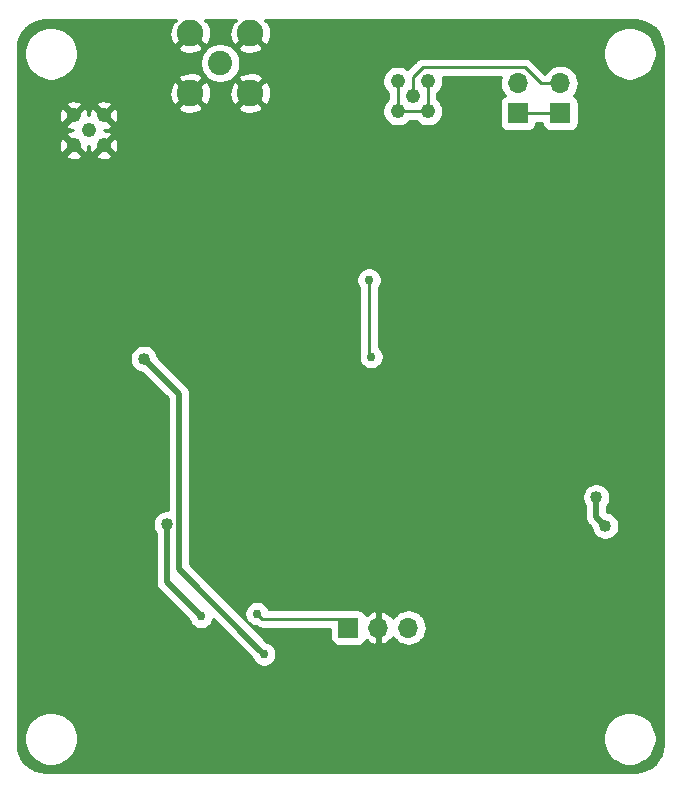
<source format=gbr>
G04 #@! TF.GenerationSoftware,KiCad,Pcbnew,5.0.1-33cea8e~66~ubuntu18.04.1*
G04 #@! TF.CreationDate,2018-10-14T22:27:10+03:00*
G04 #@! TF.ProjectId,AA-PI-Radio-Board,41412D50492D526164696F2D426F6172,rev?*
G04 #@! TF.SameCoordinates,Original*
G04 #@! TF.FileFunction,Copper,L2,Bot,Signal*
G04 #@! TF.FilePolarity,Positive*
%FSLAX46Y46*%
G04 Gerber Fmt 4.6, Leading zero omitted, Abs format (unit mm)*
G04 Created by KiCad (PCBNEW 5.0.1-33cea8e~66~ubuntu18.04.1) date Sun 14 Oct 2018 22:27:10 MSK*
%MOMM*%
%LPD*%
G01*
G04 APERTURE LIST*
G04 #@! TA.AperFunction,ComponentPad*
%ADD10C,1.240000*%
G04 #@! TD*
G04 #@! TA.AperFunction,ComponentPad*
%ADD11C,2.050000*%
G04 #@! TD*
G04 #@! TA.AperFunction,ComponentPad*
%ADD12C,2.250000*%
G04 #@! TD*
G04 #@! TA.AperFunction,ComponentPad*
%ADD13R,1.700000X1.700000*%
G04 #@! TD*
G04 #@! TA.AperFunction,ComponentPad*
%ADD14O,1.700000X1.700000*%
G04 #@! TD*
G04 #@! TA.AperFunction,ViaPad*
%ADD15C,0.762000*%
G04 #@! TD*
G04 #@! TA.AperFunction,ViaPad*
%ADD16C,1.016000*%
G04 #@! TD*
G04 #@! TA.AperFunction,Conductor*
%ADD17C,0.508000*%
G04 #@! TD*
G04 #@! TA.AperFunction,Conductor*
%ADD18C,0.254000*%
G04 #@! TD*
G04 APERTURE END LIST*
D10*
G04 #@! TO.P,J4,2*
G04 #@! TO.N,VI*
X132880000Y-83370000D03*
X135420000Y-80830000D03*
X135420000Y-83370000D03*
X132880000Y-80830000D03*
G04 #@! TO.P,J4,1*
G04 #@! TO.N,Net-(J4-Pad1)*
X134150000Y-82100000D03*
G04 #@! TD*
G04 #@! TO.P,J3,1*
G04 #@! TO.N,Net-(D1-Pad2)*
X106700000Y-85000000D03*
G04 #@! TO.P,J3,2*
G04 #@! TO.N,GND*
X105430000Y-83730000D03*
X107970000Y-86270000D03*
X107970000Y-83730000D03*
X105430000Y-86270000D03*
G04 #@! TD*
D11*
G04 #@! TO.P,J1,1*
G04 #@! TO.N,Net-(D1-Pad2)*
X117850000Y-79300000D03*
D12*
G04 #@! TO.P,J1,2*
G04 #@! TO.N,GND*
X120390000Y-81840000D03*
X120390000Y-76760000D03*
X115310000Y-76760000D03*
X115310000Y-81840000D03*
G04 #@! TD*
D13*
G04 #@! TO.P,J5,1*
G04 #@! TO.N,Net-(J5-Pad1)*
X146650000Y-83550000D03*
D14*
G04 #@! TO.P,J5,2*
G04 #@! TO.N,Net-(J4-Pad1)*
X146650000Y-81010000D03*
G04 #@! TD*
G04 #@! TO.P,J6,2*
G04 #@! TO.N,Net-(J6-Pad2)*
X143050000Y-81010000D03*
D13*
G04 #@! TO.P,J6,1*
G04 #@! TO.N,Net-(J5-Pad1)*
X143050000Y-83550000D03*
G04 #@! TD*
G04 #@! TO.P,J7,1*
G04 #@! TO.N,OUT_VI*
X128700000Y-127100000D03*
D14*
G04 #@! TO.P,J7,2*
G04 #@! TO.N,GND*
X131240000Y-127100000D03*
G04 #@! TO.P,J7,3*
G04 #@! TO.N,OUT_VV*
X133780000Y-127100000D03*
G04 #@! TD*
D15*
G04 #@! TO.N,GND*
X140000000Y-85000000D03*
X110000000Y-90000000D03*
X130000000Y-90000000D03*
X130000000Y-80000000D03*
X110000000Y-100000000D03*
X116000000Y-100000000D03*
X110000000Y-106000000D03*
X110000000Y-126000000D03*
X116000000Y-106000000D03*
X110000000Y-137000000D03*
X116000000Y-137000000D03*
X130000000Y-137000000D03*
X153000000Y-85000000D03*
X154000000Y-120000000D03*
X154000000Y-132500000D03*
X154000000Y-106000000D03*
X116000000Y-115000000D03*
X130000000Y-130000000D03*
X149000000Y-106000000D03*
X146000000Y-137000000D03*
X145000000Y-125000000D03*
X136000000Y-100000000D03*
X124000000Y-100000000D03*
X124000000Y-106000000D03*
X126000000Y-124000000D03*
X141000000Y-106000000D03*
X141000000Y-97000000D03*
X120000000Y-120500000D03*
D16*
G04 #@! TO.N,+5V*
X150440000Y-118490000D03*
X149690000Y-116070000D03*
G04 #@! TO.N,+3V3*
X113313100Y-118364200D03*
D15*
X116230700Y-126163900D03*
G04 #@! TO.N,OUT_VI*
X120943500Y-125919200D03*
G04 #@! TO.N,Net-(C24-Pad1)*
X130632400Y-104163900D03*
X130436100Y-97672200D03*
D16*
G04 #@! TO.N,/V_IN*
X111381700Y-104343900D03*
D15*
X121542600Y-129364600D03*
G04 #@! TD*
D17*
G04 #@! TO.N,+5V*
X149690000Y-117740000D02*
X150440000Y-118490000D01*
X149690000Y-116070000D02*
X149690000Y-117740000D01*
D18*
G04 #@! TO.N,VI*
X135420000Y-83370000D02*
X132880000Y-83370000D01*
X132880000Y-80830000D02*
X132880000Y-83370000D01*
X135420000Y-80830000D02*
X135420000Y-83370000D01*
D17*
G04 #@! TO.N,+3V3*
X113313100Y-118364200D02*
X113313100Y-123246300D01*
X113313100Y-123246300D02*
X116230700Y-126163900D01*
D18*
G04 #@! TO.N,OUT_VI*
X120943500Y-125919200D02*
X121401300Y-126377000D01*
X121401300Y-126377000D02*
X127850000Y-126377000D01*
X127850000Y-126377000D02*
X127977000Y-126377000D01*
X127977000Y-126377000D02*
X128700000Y-127100000D01*
G04 #@! TO.N,Net-(J4-Pad1)*
X135002700Y-79651900D02*
X134150000Y-80504600D01*
X134150000Y-80504600D02*
X134150000Y-82100000D01*
X143612500Y-79651900D02*
X135002700Y-79651900D01*
X146650000Y-81010000D02*
X144970600Y-81010000D01*
X144970600Y-81010000D02*
X143612500Y-79651900D01*
G04 #@! TO.N,Net-(J5-Pad1)*
X146650000Y-83550000D02*
X143050000Y-83550000D01*
G04 #@! TO.N,Net-(C24-Pad1)*
X130632400Y-104163900D02*
X130436100Y-103967600D01*
X130436100Y-103967600D02*
X130436100Y-97672200D01*
D17*
G04 #@! TO.N,/V_IN*
X121161601Y-128983601D02*
X121542600Y-129364600D01*
X114329101Y-122151101D02*
X121161601Y-128983601D01*
X114329101Y-107291301D02*
X114329101Y-122151101D01*
X111381700Y-104343900D02*
X114329101Y-107291301D01*
G04 #@! TD*
D18*
G04 #@! TO.N,GND*
G36*
X114085467Y-75715075D02*
X113808286Y-75825921D01*
X113654911Y-76136840D01*
X113565140Y-76471705D01*
X113542424Y-76817650D01*
X113587634Y-77161380D01*
X113699034Y-77489685D01*
X113808286Y-77694079D01*
X114085469Y-77804926D01*
X115130395Y-76760000D01*
X115116253Y-76745858D01*
X115295858Y-76566253D01*
X115310000Y-76580395D01*
X115324143Y-76566253D01*
X115503748Y-76745858D01*
X115489605Y-76760000D01*
X116534531Y-77804926D01*
X116811714Y-77694079D01*
X116965089Y-77383160D01*
X117054860Y-77048295D01*
X117077576Y-76702350D01*
X117032366Y-76358620D01*
X116920966Y-76030315D01*
X116811714Y-75825921D01*
X116534533Y-75715075D01*
X116551108Y-75698500D01*
X119148892Y-75698500D01*
X119165467Y-75715075D01*
X118888286Y-75825921D01*
X118734911Y-76136840D01*
X118645140Y-76471705D01*
X118622424Y-76817650D01*
X118667634Y-77161380D01*
X118779034Y-77489685D01*
X118888286Y-77694079D01*
X119165469Y-77804926D01*
X120210395Y-76760000D01*
X120196253Y-76745858D01*
X120375858Y-76566253D01*
X120390000Y-76580395D01*
X120404143Y-76566253D01*
X120583748Y-76745858D01*
X120569605Y-76760000D01*
X121614531Y-77804926D01*
X121891714Y-77694079D01*
X122045089Y-77383160D01*
X122134860Y-77048295D01*
X122157576Y-76702350D01*
X122112366Y-76358620D01*
X122000966Y-76030315D01*
X121891714Y-75825921D01*
X121614533Y-75715075D01*
X121631108Y-75698500D01*
X152965840Y-75698500D01*
X153446378Y-75745618D01*
X153875761Y-75875256D01*
X154271777Y-76085821D01*
X154619358Y-76369302D01*
X154905252Y-76714889D01*
X155118579Y-77109430D01*
X155251211Y-77537892D01*
X155301501Y-78016371D01*
X155301500Y-136965840D01*
X155254383Y-137446378D01*
X155124745Y-137875757D01*
X154914179Y-138271777D01*
X154630700Y-138619356D01*
X154285111Y-138905252D01*
X153890569Y-139118580D01*
X153462108Y-139251211D01*
X152983638Y-139301500D01*
X103034160Y-139301500D01*
X102553622Y-139254383D01*
X102124243Y-139124745D01*
X101728223Y-138914179D01*
X101380644Y-138630700D01*
X101094748Y-138285111D01*
X100881420Y-137890569D01*
X100748789Y-137462108D01*
X100698500Y-136983638D01*
X100698500Y-136274868D01*
X101214200Y-136274868D01*
X101214200Y-136725132D01*
X101302042Y-137166743D01*
X101474350Y-137582732D01*
X101724503Y-137957113D01*
X102042887Y-138275497D01*
X102417268Y-138525650D01*
X102833257Y-138697958D01*
X103274868Y-138785800D01*
X103725132Y-138785800D01*
X104166743Y-138697958D01*
X104582732Y-138525650D01*
X104957113Y-138275497D01*
X105275497Y-137957113D01*
X105525650Y-137582732D01*
X105697958Y-137166743D01*
X105785800Y-136725132D01*
X105785800Y-136274868D01*
X150214200Y-136274868D01*
X150214200Y-136725132D01*
X150302042Y-137166743D01*
X150474350Y-137582732D01*
X150724503Y-137957113D01*
X151042887Y-138275497D01*
X151417268Y-138525650D01*
X151833257Y-138697958D01*
X152274868Y-138785800D01*
X152725132Y-138785800D01*
X153166743Y-138697958D01*
X153582732Y-138525650D01*
X153957113Y-138275497D01*
X154275497Y-137957113D01*
X154525650Y-137582732D01*
X154697958Y-137166743D01*
X154785800Y-136725132D01*
X154785800Y-136274868D01*
X154697958Y-135833257D01*
X154525650Y-135417268D01*
X154275497Y-135042887D01*
X153957113Y-134724503D01*
X153582732Y-134474350D01*
X153166743Y-134302042D01*
X152725132Y-134214200D01*
X152274868Y-134214200D01*
X151833257Y-134302042D01*
X151417268Y-134474350D01*
X151042887Y-134724503D01*
X150724503Y-135042887D01*
X150474350Y-135417268D01*
X150302042Y-135833257D01*
X150214200Y-136274868D01*
X105785800Y-136274868D01*
X105697958Y-135833257D01*
X105525650Y-135417268D01*
X105275497Y-135042887D01*
X104957113Y-134724503D01*
X104582732Y-134474350D01*
X104166743Y-134302042D01*
X103725132Y-134214200D01*
X103274868Y-134214200D01*
X102833257Y-134302042D01*
X102417268Y-134474350D01*
X102042887Y-134724503D01*
X101724503Y-135042887D01*
X101474350Y-135417268D01*
X101302042Y-135833257D01*
X101214200Y-136274868D01*
X100698500Y-136274868D01*
X100698500Y-104226321D01*
X110187900Y-104226321D01*
X110187900Y-104461479D01*
X110233777Y-104692119D01*
X110323768Y-104909376D01*
X110454415Y-105104903D01*
X110620697Y-105271185D01*
X110816224Y-105401832D01*
X111033481Y-105491823D01*
X111242029Y-105533306D01*
X113389301Y-107680579D01*
X113389302Y-117170400D01*
X113195521Y-117170400D01*
X112964881Y-117216277D01*
X112747624Y-117306268D01*
X112552097Y-117436915D01*
X112385815Y-117603197D01*
X112255168Y-117798724D01*
X112165177Y-118015981D01*
X112119300Y-118246621D01*
X112119300Y-118481779D01*
X112165177Y-118712419D01*
X112255168Y-118929676D01*
X112373300Y-119106473D01*
X112373301Y-123200133D01*
X112368754Y-123246300D01*
X112386899Y-123430533D01*
X112440638Y-123607686D01*
X112527904Y-123770951D01*
X112588059Y-123844248D01*
X112645347Y-123914054D01*
X112681210Y-123943486D01*
X115202934Y-126465212D01*
X115204896Y-126475074D01*
X115285314Y-126669219D01*
X115402062Y-126843945D01*
X115550655Y-126992538D01*
X115725381Y-127109286D01*
X115919526Y-127189704D01*
X116125629Y-127230700D01*
X116335771Y-127230700D01*
X116541874Y-127189704D01*
X116736019Y-127109286D01*
X116910745Y-126992538D01*
X117059338Y-126843945D01*
X117176086Y-126669219D01*
X117256504Y-126475074D01*
X117267702Y-126418779D01*
X120514834Y-129665912D01*
X120516796Y-129675774D01*
X120597214Y-129869919D01*
X120713962Y-130044645D01*
X120862555Y-130193238D01*
X121037281Y-130309986D01*
X121231426Y-130390404D01*
X121437529Y-130431400D01*
X121647671Y-130431400D01*
X121853774Y-130390404D01*
X122047919Y-130309986D01*
X122222645Y-130193238D01*
X122371238Y-130044645D01*
X122487986Y-129869919D01*
X122568404Y-129675774D01*
X122609400Y-129469671D01*
X122609400Y-129259529D01*
X122568404Y-129053426D01*
X122487986Y-128859281D01*
X122371238Y-128684555D01*
X122222645Y-128535962D01*
X122047919Y-128419214D01*
X121853774Y-128338796D01*
X121843912Y-128336834D01*
X119321207Y-125814129D01*
X119876700Y-125814129D01*
X119876700Y-126024271D01*
X119917696Y-126230374D01*
X119998114Y-126424519D01*
X120114862Y-126599245D01*
X120263455Y-126747838D01*
X120438181Y-126864586D01*
X120632326Y-126945004D01*
X120838429Y-126986000D01*
X120862145Y-126986000D01*
X120947548Y-127056088D01*
X121088750Y-127131562D01*
X121241963Y-127178039D01*
X121361377Y-127189800D01*
X121361379Y-127189800D01*
X121401300Y-127193732D01*
X121441220Y-127189800D01*
X127160882Y-127189800D01*
X127160882Y-127950000D01*
X127174123Y-128084440D01*
X127213338Y-128213714D01*
X127277019Y-128332853D01*
X127362720Y-128437280D01*
X127467147Y-128522981D01*
X127586286Y-128586662D01*
X127715560Y-128625877D01*
X127850000Y-128639118D01*
X129550000Y-128639118D01*
X129684440Y-128625877D01*
X129813714Y-128586662D01*
X129932853Y-128522981D01*
X130037280Y-128437280D01*
X130122981Y-128332853D01*
X130186662Y-128213714D01*
X130203685Y-128157598D01*
X130239731Y-128197588D01*
X130473080Y-128371641D01*
X130735901Y-128496825D01*
X130883110Y-128541476D01*
X131113000Y-128420155D01*
X131113000Y-127227000D01*
X131093000Y-127227000D01*
X131093000Y-126973000D01*
X131113000Y-126973000D01*
X131113000Y-125779845D01*
X131367000Y-125779845D01*
X131367000Y-126973000D01*
X131387000Y-126973000D01*
X131387000Y-127227000D01*
X131367000Y-127227000D01*
X131367000Y-128420155D01*
X131596890Y-128541476D01*
X131744099Y-128496825D01*
X132006920Y-128371641D01*
X132240269Y-128197588D01*
X132435178Y-127981355D01*
X132474439Y-127915445D01*
X132496850Y-127957373D01*
X132688771Y-128191229D01*
X132922627Y-128383150D01*
X133189431Y-128525760D01*
X133478931Y-128613578D01*
X133704553Y-128635800D01*
X133855447Y-128635800D01*
X134081069Y-128613578D01*
X134370569Y-128525760D01*
X134637373Y-128383150D01*
X134871229Y-128191229D01*
X135063150Y-127957373D01*
X135205760Y-127690569D01*
X135293578Y-127401069D01*
X135323231Y-127100000D01*
X135293578Y-126798931D01*
X135205760Y-126509431D01*
X135063150Y-126242627D01*
X134871229Y-126008771D01*
X134637373Y-125816850D01*
X134370569Y-125674240D01*
X134081069Y-125586422D01*
X133855447Y-125564200D01*
X133704553Y-125564200D01*
X133478931Y-125586422D01*
X133189431Y-125674240D01*
X132922627Y-125816850D01*
X132688771Y-126008771D01*
X132496850Y-126242627D01*
X132474439Y-126284555D01*
X132435178Y-126218645D01*
X132240269Y-126002412D01*
X132006920Y-125828359D01*
X131744099Y-125703175D01*
X131596890Y-125658524D01*
X131367000Y-125779845D01*
X131113000Y-125779845D01*
X130883110Y-125658524D01*
X130735901Y-125703175D01*
X130473080Y-125828359D01*
X130239731Y-126002412D01*
X130203685Y-126042402D01*
X130186662Y-125986286D01*
X130122981Y-125867147D01*
X130037280Y-125762720D01*
X129932853Y-125677019D01*
X129813714Y-125613338D01*
X129684440Y-125574123D01*
X129550000Y-125560882D01*
X127983234Y-125560882D01*
X127977000Y-125560268D01*
X127970766Y-125560882D01*
X127850000Y-125560882D01*
X127816311Y-125564200D01*
X121951151Y-125564200D01*
X121888886Y-125413881D01*
X121772138Y-125239155D01*
X121623545Y-125090562D01*
X121448819Y-124973814D01*
X121254674Y-124893396D01*
X121048571Y-124852400D01*
X120838429Y-124852400D01*
X120632326Y-124893396D01*
X120438181Y-124973814D01*
X120263455Y-125090562D01*
X120114862Y-125239155D01*
X119998114Y-125413881D01*
X119917696Y-125608026D01*
X119876700Y-125814129D01*
X119321207Y-125814129D01*
X115268901Y-121761825D01*
X115268901Y-115952421D01*
X148496200Y-115952421D01*
X148496200Y-116187579D01*
X148542077Y-116418219D01*
X148632068Y-116635476D01*
X148750200Y-116812274D01*
X148750201Y-117693833D01*
X148745654Y-117740000D01*
X148763799Y-117924233D01*
X148817538Y-118101386D01*
X148904804Y-118264651D01*
X148948615Y-118318034D01*
X149022247Y-118407754D01*
X149058110Y-118437186D01*
X149250594Y-118629671D01*
X149292077Y-118838219D01*
X149382068Y-119055476D01*
X149512715Y-119251003D01*
X149678997Y-119417285D01*
X149874524Y-119547932D01*
X150091781Y-119637923D01*
X150322421Y-119683800D01*
X150557579Y-119683800D01*
X150788219Y-119637923D01*
X151005476Y-119547932D01*
X151201003Y-119417285D01*
X151367285Y-119251003D01*
X151497932Y-119055476D01*
X151587923Y-118838219D01*
X151633800Y-118607579D01*
X151633800Y-118372421D01*
X151587923Y-118141781D01*
X151497932Y-117924524D01*
X151367285Y-117728997D01*
X151201003Y-117562715D01*
X151005476Y-117432068D01*
X150788219Y-117342077D01*
X150629800Y-117310566D01*
X150629800Y-116812273D01*
X150747932Y-116635476D01*
X150837923Y-116418219D01*
X150883800Y-116187579D01*
X150883800Y-115952421D01*
X150837923Y-115721781D01*
X150747932Y-115504524D01*
X150617285Y-115308997D01*
X150451003Y-115142715D01*
X150255476Y-115012068D01*
X150038219Y-114922077D01*
X149807579Y-114876200D01*
X149572421Y-114876200D01*
X149341781Y-114922077D01*
X149124524Y-115012068D01*
X148928997Y-115142715D01*
X148762715Y-115308997D01*
X148632068Y-115504524D01*
X148542077Y-115721781D01*
X148496200Y-115952421D01*
X115268901Y-115952421D01*
X115268901Y-107337457D01*
X115273447Y-107291300D01*
X115268901Y-107245143D01*
X115268901Y-107245134D01*
X115255303Y-107107068D01*
X115201564Y-106929915D01*
X115114297Y-106766650D01*
X114996855Y-106623547D01*
X114960997Y-106594119D01*
X112571106Y-104204229D01*
X112529623Y-103995681D01*
X112439632Y-103778424D01*
X112308985Y-103582897D01*
X112142703Y-103416615D01*
X111947176Y-103285968D01*
X111729919Y-103195977D01*
X111499279Y-103150100D01*
X111264121Y-103150100D01*
X111033481Y-103195977D01*
X110816224Y-103285968D01*
X110620697Y-103416615D01*
X110454415Y-103582897D01*
X110323768Y-103778424D01*
X110233777Y-103995681D01*
X110187900Y-104226321D01*
X100698500Y-104226321D01*
X100698500Y-97567129D01*
X129369300Y-97567129D01*
X129369300Y-97777271D01*
X129410296Y-97983374D01*
X129490714Y-98177519D01*
X129607462Y-98352245D01*
X129623301Y-98368084D01*
X129623300Y-103812399D01*
X129606596Y-103852726D01*
X129565600Y-104058829D01*
X129565600Y-104268971D01*
X129606596Y-104475074D01*
X129687014Y-104669219D01*
X129803762Y-104843945D01*
X129952355Y-104992538D01*
X130127081Y-105109286D01*
X130321226Y-105189704D01*
X130527329Y-105230700D01*
X130737471Y-105230700D01*
X130943574Y-105189704D01*
X131137719Y-105109286D01*
X131312445Y-104992538D01*
X131461038Y-104843945D01*
X131577786Y-104669219D01*
X131658204Y-104475074D01*
X131699200Y-104268971D01*
X131699200Y-104058829D01*
X131658204Y-103852726D01*
X131577786Y-103658581D01*
X131461038Y-103483855D01*
X131312445Y-103335262D01*
X131248900Y-103292803D01*
X131248900Y-98368083D01*
X131264738Y-98352245D01*
X131381486Y-98177519D01*
X131461904Y-97983374D01*
X131502900Y-97777271D01*
X131502900Y-97567129D01*
X131461904Y-97361026D01*
X131381486Y-97166881D01*
X131264738Y-96992155D01*
X131116145Y-96843562D01*
X130941419Y-96726814D01*
X130747274Y-96646396D01*
X130541171Y-96605400D01*
X130331029Y-96605400D01*
X130124926Y-96646396D01*
X129930781Y-96726814D01*
X129756055Y-96843562D01*
X129607462Y-96992155D01*
X129490714Y-97166881D01*
X129410296Y-97361026D01*
X129369300Y-97567129D01*
X100698500Y-97567129D01*
X100698500Y-87134072D01*
X104745533Y-87134072D01*
X104795274Y-87359691D01*
X105020058Y-87462582D01*
X105260596Y-87519642D01*
X105507645Y-87528680D01*
X105751709Y-87489347D01*
X105983410Y-87403156D01*
X106064726Y-87359691D01*
X106114467Y-87134072D01*
X107285533Y-87134072D01*
X107335274Y-87359691D01*
X107560058Y-87462582D01*
X107800596Y-87519642D01*
X108047645Y-87528680D01*
X108291709Y-87489347D01*
X108523410Y-87403156D01*
X108604726Y-87359691D01*
X108654467Y-87134072D01*
X107970000Y-86449605D01*
X107285533Y-87134072D01*
X106114467Y-87134072D01*
X105430000Y-86449605D01*
X104745533Y-87134072D01*
X100698500Y-87134072D01*
X100698500Y-86347645D01*
X104171320Y-86347645D01*
X104210653Y-86591709D01*
X104296844Y-86823410D01*
X104340309Y-86904726D01*
X104565928Y-86954467D01*
X105250395Y-86270000D01*
X104565928Y-85585533D01*
X104340309Y-85635274D01*
X104237418Y-85860058D01*
X104180358Y-86100596D01*
X104171320Y-86347645D01*
X100698500Y-86347645D01*
X100698500Y-84594072D01*
X104745533Y-84594072D01*
X104795274Y-84819691D01*
X105020058Y-84922582D01*
X105260596Y-84979642D01*
X105394200Y-84984530D01*
X105394200Y-85012851D01*
X105352355Y-85011320D01*
X105108291Y-85050653D01*
X104876590Y-85136844D01*
X104795274Y-85180309D01*
X104745533Y-85405928D01*
X105430000Y-86090395D01*
X105444143Y-86076253D01*
X105623748Y-86255858D01*
X105609605Y-86270000D01*
X106294072Y-86954467D01*
X106519691Y-86904726D01*
X106622582Y-86679942D01*
X106679642Y-86439404D01*
X106684530Y-86305800D01*
X106712851Y-86305800D01*
X106711320Y-86347645D01*
X106750653Y-86591709D01*
X106836844Y-86823410D01*
X106880309Y-86904726D01*
X107105928Y-86954467D01*
X107790395Y-86270000D01*
X108149605Y-86270000D01*
X108834072Y-86954467D01*
X109059691Y-86904726D01*
X109162582Y-86679942D01*
X109219642Y-86439404D01*
X109228680Y-86192355D01*
X109189347Y-85948291D01*
X109103156Y-85716590D01*
X109059691Y-85635274D01*
X108834072Y-85585533D01*
X108149605Y-86270000D01*
X107790395Y-86270000D01*
X107776253Y-86255858D01*
X107955858Y-86076253D01*
X107970000Y-86090395D01*
X108654467Y-85405928D01*
X108604726Y-85180309D01*
X108379942Y-85077418D01*
X108139404Y-85020358D01*
X108005800Y-85015470D01*
X108005800Y-84987149D01*
X108047645Y-84988680D01*
X108291709Y-84949347D01*
X108523410Y-84863156D01*
X108604726Y-84819691D01*
X108654467Y-84594072D01*
X107970000Y-83909605D01*
X107955858Y-83923748D01*
X107776253Y-83744143D01*
X107790395Y-83730000D01*
X108149605Y-83730000D01*
X108834072Y-84414467D01*
X109059691Y-84364726D01*
X109162582Y-84139942D01*
X109219642Y-83899404D01*
X109228680Y-83652355D01*
X109189347Y-83408291D01*
X109103156Y-83176590D01*
X109059691Y-83095274D01*
X108920245Y-83064531D01*
X114265074Y-83064531D01*
X114375921Y-83341714D01*
X114686840Y-83495089D01*
X115021705Y-83584860D01*
X115367650Y-83607576D01*
X115711380Y-83562366D01*
X116039685Y-83450966D01*
X116244079Y-83341714D01*
X116354926Y-83064531D01*
X119345074Y-83064531D01*
X119455921Y-83341714D01*
X119766840Y-83495089D01*
X120101705Y-83584860D01*
X120447650Y-83607576D01*
X120791380Y-83562366D01*
X121119685Y-83450966D01*
X121324079Y-83341714D01*
X121434926Y-83064531D01*
X120390000Y-82019605D01*
X119345074Y-83064531D01*
X116354926Y-83064531D01*
X115310000Y-82019605D01*
X114265074Y-83064531D01*
X108920245Y-83064531D01*
X108834072Y-83045533D01*
X108149605Y-83730000D01*
X107790395Y-83730000D01*
X107105928Y-83045533D01*
X106880309Y-83095274D01*
X106777418Y-83320058D01*
X106720358Y-83560596D01*
X106715470Y-83694200D01*
X106687149Y-83694200D01*
X106688680Y-83652355D01*
X106649347Y-83408291D01*
X106563156Y-83176590D01*
X106519691Y-83095274D01*
X106294072Y-83045533D01*
X105609605Y-83730000D01*
X105623748Y-83744143D01*
X105444143Y-83923748D01*
X105430000Y-83909605D01*
X104745533Y-84594072D01*
X100698500Y-84594072D01*
X100698500Y-83807645D01*
X104171320Y-83807645D01*
X104210653Y-84051709D01*
X104296844Y-84283410D01*
X104340309Y-84364726D01*
X104565928Y-84414467D01*
X105250395Y-83730000D01*
X104565928Y-83045533D01*
X104340309Y-83095274D01*
X104237418Y-83320058D01*
X104180358Y-83560596D01*
X104171320Y-83807645D01*
X100698500Y-83807645D01*
X100698500Y-82865928D01*
X104745533Y-82865928D01*
X105430000Y-83550395D01*
X106114467Y-82865928D01*
X107285533Y-82865928D01*
X107970000Y-83550395D01*
X108654467Y-82865928D01*
X108604726Y-82640309D01*
X108379942Y-82537418D01*
X108139404Y-82480358D01*
X107892355Y-82471320D01*
X107648291Y-82510653D01*
X107416590Y-82596844D01*
X107335274Y-82640309D01*
X107285533Y-82865928D01*
X106114467Y-82865928D01*
X106064726Y-82640309D01*
X105839942Y-82537418D01*
X105599404Y-82480358D01*
X105352355Y-82471320D01*
X105108291Y-82510653D01*
X104876590Y-82596844D01*
X104795274Y-82640309D01*
X104745533Y-82865928D01*
X100698500Y-82865928D01*
X100698500Y-81897650D01*
X113542424Y-81897650D01*
X113587634Y-82241380D01*
X113699034Y-82569685D01*
X113808286Y-82774079D01*
X114085469Y-82884926D01*
X115130395Y-81840000D01*
X115489605Y-81840000D01*
X116534531Y-82884926D01*
X116811714Y-82774079D01*
X116965089Y-82463160D01*
X117054860Y-82128295D01*
X117070004Y-81897650D01*
X118622424Y-81897650D01*
X118667634Y-82241380D01*
X118779034Y-82569685D01*
X118888286Y-82774079D01*
X119165469Y-82884926D01*
X120210395Y-81840000D01*
X120569605Y-81840000D01*
X121614531Y-82884926D01*
X121891714Y-82774079D01*
X122045089Y-82463160D01*
X122134860Y-82128295D01*
X122157576Y-81782350D01*
X122112366Y-81438620D01*
X122000966Y-81110315D01*
X121891714Y-80905921D01*
X121614531Y-80795074D01*
X120569605Y-81840000D01*
X120210395Y-81840000D01*
X119165469Y-80795074D01*
X118888286Y-80905921D01*
X118734911Y-81216840D01*
X118645140Y-81551705D01*
X118622424Y-81897650D01*
X117070004Y-81897650D01*
X117077576Y-81782350D01*
X117032366Y-81438620D01*
X116920966Y-81110315D01*
X116811714Y-80905921D01*
X116534531Y-80795074D01*
X115489605Y-81840000D01*
X115130395Y-81840000D01*
X114085469Y-80795074D01*
X113808286Y-80905921D01*
X113654911Y-81216840D01*
X113565140Y-81551705D01*
X113542424Y-81897650D01*
X100698500Y-81897650D01*
X100698500Y-78274868D01*
X101214200Y-78274868D01*
X101214200Y-78725132D01*
X101302042Y-79166743D01*
X101474350Y-79582732D01*
X101724503Y-79957113D01*
X102042887Y-80275497D01*
X102417268Y-80525650D01*
X102833257Y-80697958D01*
X103274868Y-80785800D01*
X103725132Y-80785800D01*
X104166743Y-80697958D01*
X104365889Y-80615469D01*
X114265074Y-80615469D01*
X115310000Y-81660395D01*
X116354926Y-80615469D01*
X116244079Y-80338286D01*
X115933160Y-80184911D01*
X115598295Y-80095140D01*
X115252350Y-80072424D01*
X114908620Y-80117634D01*
X114580315Y-80229034D01*
X114375921Y-80338286D01*
X114265074Y-80615469D01*
X104365889Y-80615469D01*
X104582732Y-80525650D01*
X104957113Y-80275497D01*
X105275497Y-79957113D01*
X105525650Y-79582732D01*
X105697958Y-79166743D01*
X105704968Y-79131501D01*
X116139200Y-79131501D01*
X116139200Y-79468499D01*
X116204945Y-79799022D01*
X116333909Y-80110368D01*
X116521135Y-80390572D01*
X116759428Y-80628865D01*
X117039632Y-80816091D01*
X117350978Y-80945055D01*
X117681501Y-81010800D01*
X118018499Y-81010800D01*
X118349022Y-80945055D01*
X118660368Y-80816091D01*
X118940572Y-80628865D01*
X118953968Y-80615469D01*
X119345074Y-80615469D01*
X120390000Y-81660395D01*
X121349005Y-80701390D01*
X131574200Y-80701390D01*
X131574200Y-80958610D01*
X131624381Y-81210888D01*
X131722815Y-81448528D01*
X131865719Y-81662399D01*
X132047601Y-81844281D01*
X132067200Y-81857377D01*
X132067201Y-82342623D01*
X132047601Y-82355719D01*
X131865719Y-82537601D01*
X131722815Y-82751472D01*
X131624381Y-82989112D01*
X131574200Y-83241390D01*
X131574200Y-83498610D01*
X131624381Y-83750888D01*
X131722815Y-83988528D01*
X131865719Y-84202399D01*
X132047601Y-84384281D01*
X132261472Y-84527185D01*
X132499112Y-84625619D01*
X132751390Y-84675800D01*
X133008610Y-84675800D01*
X133260888Y-84625619D01*
X133498528Y-84527185D01*
X133712399Y-84384281D01*
X133894281Y-84202399D01*
X133907377Y-84182800D01*
X134392623Y-84182800D01*
X134405719Y-84202399D01*
X134587601Y-84384281D01*
X134801472Y-84527185D01*
X135039112Y-84625619D01*
X135291390Y-84675800D01*
X135548610Y-84675800D01*
X135800888Y-84625619D01*
X136038528Y-84527185D01*
X136252399Y-84384281D01*
X136434281Y-84202399D01*
X136577185Y-83988528D01*
X136675619Y-83750888D01*
X136725800Y-83498610D01*
X136725800Y-83241390D01*
X136675619Y-82989112D01*
X136577185Y-82751472D01*
X136434281Y-82537601D01*
X136252399Y-82355719D01*
X136232800Y-82342623D01*
X136232800Y-81857377D01*
X136252399Y-81844281D01*
X136434281Y-81662399D01*
X136577185Y-81448528D01*
X136675619Y-81210888D01*
X136725800Y-80958610D01*
X136725800Y-80701390D01*
X136678720Y-80464700D01*
X141610508Y-80464700D01*
X141536422Y-80708931D01*
X141506769Y-81010000D01*
X141536422Y-81311069D01*
X141624240Y-81600569D01*
X141766850Y-81867373D01*
X141930300Y-82066537D01*
X141817147Y-82127019D01*
X141712720Y-82212720D01*
X141627019Y-82317147D01*
X141563338Y-82436286D01*
X141524123Y-82565560D01*
X141510882Y-82700000D01*
X141510882Y-84400000D01*
X141524123Y-84534440D01*
X141563338Y-84663714D01*
X141627019Y-84782853D01*
X141712720Y-84887280D01*
X141817147Y-84972981D01*
X141936286Y-85036662D01*
X142065560Y-85075877D01*
X142200000Y-85089118D01*
X143900000Y-85089118D01*
X144034440Y-85075877D01*
X144163714Y-85036662D01*
X144282853Y-84972981D01*
X144387280Y-84887280D01*
X144472981Y-84782853D01*
X144536662Y-84663714D01*
X144575877Y-84534440D01*
X144589118Y-84400000D01*
X144589118Y-84362800D01*
X145110882Y-84362800D01*
X145110882Y-84400000D01*
X145124123Y-84534440D01*
X145163338Y-84663714D01*
X145227019Y-84782853D01*
X145312720Y-84887280D01*
X145417147Y-84972981D01*
X145536286Y-85036662D01*
X145665560Y-85075877D01*
X145800000Y-85089118D01*
X147500000Y-85089118D01*
X147634440Y-85075877D01*
X147763714Y-85036662D01*
X147882853Y-84972981D01*
X147987280Y-84887280D01*
X148072981Y-84782853D01*
X148136662Y-84663714D01*
X148175877Y-84534440D01*
X148189118Y-84400000D01*
X148189118Y-82700000D01*
X148175877Y-82565560D01*
X148136662Y-82436286D01*
X148072981Y-82317147D01*
X147987280Y-82212720D01*
X147882853Y-82127019D01*
X147769700Y-82066537D01*
X147933150Y-81867373D01*
X148075760Y-81600569D01*
X148163578Y-81311069D01*
X148193231Y-81010000D01*
X148163578Y-80708931D01*
X148075760Y-80419431D01*
X147933150Y-80152627D01*
X147741229Y-79918771D01*
X147507373Y-79726850D01*
X147240569Y-79584240D01*
X146951069Y-79496422D01*
X146725447Y-79474200D01*
X146574553Y-79474200D01*
X146348931Y-79496422D01*
X146059431Y-79584240D01*
X145792627Y-79726850D01*
X145558771Y-79918771D01*
X145366850Y-80152627D01*
X145343025Y-80197200D01*
X145307272Y-80197200D01*
X144215472Y-79105400D01*
X144190017Y-79074383D01*
X144066252Y-78972812D01*
X143925050Y-78897338D01*
X143771837Y-78850861D01*
X143652423Y-78839100D01*
X143652420Y-78839100D01*
X143612500Y-78835168D01*
X143572580Y-78839100D01*
X135042620Y-78839100D01*
X135002700Y-78835168D01*
X134962779Y-78839100D01*
X134962777Y-78839100D01*
X134843363Y-78850861D01*
X134690150Y-78897338D01*
X134548948Y-78972812D01*
X134425183Y-79074383D01*
X134399733Y-79105394D01*
X133698617Y-79806510D01*
X133498528Y-79672815D01*
X133260888Y-79574381D01*
X133008610Y-79524200D01*
X132751390Y-79524200D01*
X132499112Y-79574381D01*
X132261472Y-79672815D01*
X132047601Y-79815719D01*
X131865719Y-79997601D01*
X131722815Y-80211472D01*
X131624381Y-80449112D01*
X131574200Y-80701390D01*
X121349005Y-80701390D01*
X121434926Y-80615469D01*
X121324079Y-80338286D01*
X121013160Y-80184911D01*
X120678295Y-80095140D01*
X120332350Y-80072424D01*
X119988620Y-80117634D01*
X119660315Y-80229034D01*
X119455921Y-80338286D01*
X119345074Y-80615469D01*
X118953968Y-80615469D01*
X119178865Y-80390572D01*
X119366091Y-80110368D01*
X119495055Y-79799022D01*
X119560800Y-79468499D01*
X119560800Y-79131501D01*
X119495055Y-78800978D01*
X119366091Y-78489632D01*
X119178865Y-78209428D01*
X118953968Y-77984531D01*
X119345074Y-77984531D01*
X119455921Y-78261714D01*
X119766840Y-78415089D01*
X120101705Y-78504860D01*
X120447650Y-78527576D01*
X120791380Y-78482366D01*
X121119685Y-78370966D01*
X121299469Y-78274868D01*
X150214200Y-78274868D01*
X150214200Y-78725132D01*
X150302042Y-79166743D01*
X150474350Y-79582732D01*
X150724503Y-79957113D01*
X151042887Y-80275497D01*
X151417268Y-80525650D01*
X151833257Y-80697958D01*
X152274868Y-80785800D01*
X152725132Y-80785800D01*
X153166743Y-80697958D01*
X153582732Y-80525650D01*
X153957113Y-80275497D01*
X154275497Y-79957113D01*
X154525650Y-79582732D01*
X154697958Y-79166743D01*
X154785800Y-78725132D01*
X154785800Y-78274868D01*
X154697958Y-77833257D01*
X154525650Y-77417268D01*
X154275497Y-77042887D01*
X153957113Y-76724503D01*
X153582732Y-76474350D01*
X153166743Y-76302042D01*
X152725132Y-76214200D01*
X152274868Y-76214200D01*
X151833257Y-76302042D01*
X151417268Y-76474350D01*
X151042887Y-76724503D01*
X150724503Y-77042887D01*
X150474350Y-77417268D01*
X150302042Y-77833257D01*
X150214200Y-78274868D01*
X121299469Y-78274868D01*
X121324079Y-78261714D01*
X121434926Y-77984531D01*
X120390000Y-76939605D01*
X119345074Y-77984531D01*
X118953968Y-77984531D01*
X118940572Y-77971135D01*
X118660368Y-77783909D01*
X118349022Y-77654945D01*
X118018499Y-77589200D01*
X117681501Y-77589200D01*
X117350978Y-77654945D01*
X117039632Y-77783909D01*
X116759428Y-77971135D01*
X116521135Y-78209428D01*
X116333909Y-78489632D01*
X116204945Y-78800978D01*
X116139200Y-79131501D01*
X105704968Y-79131501D01*
X105785800Y-78725132D01*
X105785800Y-78274868D01*
X105728049Y-77984531D01*
X114265074Y-77984531D01*
X114375921Y-78261714D01*
X114686840Y-78415089D01*
X115021705Y-78504860D01*
X115367650Y-78527576D01*
X115711380Y-78482366D01*
X116039685Y-78370966D01*
X116244079Y-78261714D01*
X116354926Y-77984531D01*
X115310000Y-76939605D01*
X114265074Y-77984531D01*
X105728049Y-77984531D01*
X105697958Y-77833257D01*
X105525650Y-77417268D01*
X105275497Y-77042887D01*
X104957113Y-76724503D01*
X104582732Y-76474350D01*
X104166743Y-76302042D01*
X103725132Y-76214200D01*
X103274868Y-76214200D01*
X102833257Y-76302042D01*
X102417268Y-76474350D01*
X102042887Y-76724503D01*
X101724503Y-77042887D01*
X101474350Y-77417268D01*
X101302042Y-77833257D01*
X101214200Y-78274868D01*
X100698500Y-78274868D01*
X100698500Y-78034160D01*
X100745618Y-77553622D01*
X100875256Y-77124239D01*
X101085821Y-76728223D01*
X101369302Y-76380642D01*
X101714889Y-76094748D01*
X102109430Y-75881421D01*
X102537892Y-75748789D01*
X103016362Y-75698500D01*
X114068892Y-75698500D01*
X114085467Y-75715075D01*
X114085467Y-75715075D01*
G37*
X114085467Y-75715075D02*
X113808286Y-75825921D01*
X113654911Y-76136840D01*
X113565140Y-76471705D01*
X113542424Y-76817650D01*
X113587634Y-77161380D01*
X113699034Y-77489685D01*
X113808286Y-77694079D01*
X114085469Y-77804926D01*
X115130395Y-76760000D01*
X115116253Y-76745858D01*
X115295858Y-76566253D01*
X115310000Y-76580395D01*
X115324143Y-76566253D01*
X115503748Y-76745858D01*
X115489605Y-76760000D01*
X116534531Y-77804926D01*
X116811714Y-77694079D01*
X116965089Y-77383160D01*
X117054860Y-77048295D01*
X117077576Y-76702350D01*
X117032366Y-76358620D01*
X116920966Y-76030315D01*
X116811714Y-75825921D01*
X116534533Y-75715075D01*
X116551108Y-75698500D01*
X119148892Y-75698500D01*
X119165467Y-75715075D01*
X118888286Y-75825921D01*
X118734911Y-76136840D01*
X118645140Y-76471705D01*
X118622424Y-76817650D01*
X118667634Y-77161380D01*
X118779034Y-77489685D01*
X118888286Y-77694079D01*
X119165469Y-77804926D01*
X120210395Y-76760000D01*
X120196253Y-76745858D01*
X120375858Y-76566253D01*
X120390000Y-76580395D01*
X120404143Y-76566253D01*
X120583748Y-76745858D01*
X120569605Y-76760000D01*
X121614531Y-77804926D01*
X121891714Y-77694079D01*
X122045089Y-77383160D01*
X122134860Y-77048295D01*
X122157576Y-76702350D01*
X122112366Y-76358620D01*
X122000966Y-76030315D01*
X121891714Y-75825921D01*
X121614533Y-75715075D01*
X121631108Y-75698500D01*
X152965840Y-75698500D01*
X153446378Y-75745618D01*
X153875761Y-75875256D01*
X154271777Y-76085821D01*
X154619358Y-76369302D01*
X154905252Y-76714889D01*
X155118579Y-77109430D01*
X155251211Y-77537892D01*
X155301501Y-78016371D01*
X155301500Y-136965840D01*
X155254383Y-137446378D01*
X155124745Y-137875757D01*
X154914179Y-138271777D01*
X154630700Y-138619356D01*
X154285111Y-138905252D01*
X153890569Y-139118580D01*
X153462108Y-139251211D01*
X152983638Y-139301500D01*
X103034160Y-139301500D01*
X102553622Y-139254383D01*
X102124243Y-139124745D01*
X101728223Y-138914179D01*
X101380644Y-138630700D01*
X101094748Y-138285111D01*
X100881420Y-137890569D01*
X100748789Y-137462108D01*
X100698500Y-136983638D01*
X100698500Y-136274868D01*
X101214200Y-136274868D01*
X101214200Y-136725132D01*
X101302042Y-137166743D01*
X101474350Y-137582732D01*
X101724503Y-137957113D01*
X102042887Y-138275497D01*
X102417268Y-138525650D01*
X102833257Y-138697958D01*
X103274868Y-138785800D01*
X103725132Y-138785800D01*
X104166743Y-138697958D01*
X104582732Y-138525650D01*
X104957113Y-138275497D01*
X105275497Y-137957113D01*
X105525650Y-137582732D01*
X105697958Y-137166743D01*
X105785800Y-136725132D01*
X105785800Y-136274868D01*
X150214200Y-136274868D01*
X150214200Y-136725132D01*
X150302042Y-137166743D01*
X150474350Y-137582732D01*
X150724503Y-137957113D01*
X151042887Y-138275497D01*
X151417268Y-138525650D01*
X151833257Y-138697958D01*
X152274868Y-138785800D01*
X152725132Y-138785800D01*
X153166743Y-138697958D01*
X153582732Y-138525650D01*
X153957113Y-138275497D01*
X154275497Y-137957113D01*
X154525650Y-137582732D01*
X154697958Y-137166743D01*
X154785800Y-136725132D01*
X154785800Y-136274868D01*
X154697958Y-135833257D01*
X154525650Y-135417268D01*
X154275497Y-135042887D01*
X153957113Y-134724503D01*
X153582732Y-134474350D01*
X153166743Y-134302042D01*
X152725132Y-134214200D01*
X152274868Y-134214200D01*
X151833257Y-134302042D01*
X151417268Y-134474350D01*
X151042887Y-134724503D01*
X150724503Y-135042887D01*
X150474350Y-135417268D01*
X150302042Y-135833257D01*
X150214200Y-136274868D01*
X105785800Y-136274868D01*
X105697958Y-135833257D01*
X105525650Y-135417268D01*
X105275497Y-135042887D01*
X104957113Y-134724503D01*
X104582732Y-134474350D01*
X104166743Y-134302042D01*
X103725132Y-134214200D01*
X103274868Y-134214200D01*
X102833257Y-134302042D01*
X102417268Y-134474350D01*
X102042887Y-134724503D01*
X101724503Y-135042887D01*
X101474350Y-135417268D01*
X101302042Y-135833257D01*
X101214200Y-136274868D01*
X100698500Y-136274868D01*
X100698500Y-104226321D01*
X110187900Y-104226321D01*
X110187900Y-104461479D01*
X110233777Y-104692119D01*
X110323768Y-104909376D01*
X110454415Y-105104903D01*
X110620697Y-105271185D01*
X110816224Y-105401832D01*
X111033481Y-105491823D01*
X111242029Y-105533306D01*
X113389301Y-107680579D01*
X113389302Y-117170400D01*
X113195521Y-117170400D01*
X112964881Y-117216277D01*
X112747624Y-117306268D01*
X112552097Y-117436915D01*
X112385815Y-117603197D01*
X112255168Y-117798724D01*
X112165177Y-118015981D01*
X112119300Y-118246621D01*
X112119300Y-118481779D01*
X112165177Y-118712419D01*
X112255168Y-118929676D01*
X112373300Y-119106473D01*
X112373301Y-123200133D01*
X112368754Y-123246300D01*
X112386899Y-123430533D01*
X112440638Y-123607686D01*
X112527904Y-123770951D01*
X112588059Y-123844248D01*
X112645347Y-123914054D01*
X112681210Y-123943486D01*
X115202934Y-126465212D01*
X115204896Y-126475074D01*
X115285314Y-126669219D01*
X115402062Y-126843945D01*
X115550655Y-126992538D01*
X115725381Y-127109286D01*
X115919526Y-127189704D01*
X116125629Y-127230700D01*
X116335771Y-127230700D01*
X116541874Y-127189704D01*
X116736019Y-127109286D01*
X116910745Y-126992538D01*
X117059338Y-126843945D01*
X117176086Y-126669219D01*
X117256504Y-126475074D01*
X117267702Y-126418779D01*
X120514834Y-129665912D01*
X120516796Y-129675774D01*
X120597214Y-129869919D01*
X120713962Y-130044645D01*
X120862555Y-130193238D01*
X121037281Y-130309986D01*
X121231426Y-130390404D01*
X121437529Y-130431400D01*
X121647671Y-130431400D01*
X121853774Y-130390404D01*
X122047919Y-130309986D01*
X122222645Y-130193238D01*
X122371238Y-130044645D01*
X122487986Y-129869919D01*
X122568404Y-129675774D01*
X122609400Y-129469671D01*
X122609400Y-129259529D01*
X122568404Y-129053426D01*
X122487986Y-128859281D01*
X122371238Y-128684555D01*
X122222645Y-128535962D01*
X122047919Y-128419214D01*
X121853774Y-128338796D01*
X121843912Y-128336834D01*
X119321207Y-125814129D01*
X119876700Y-125814129D01*
X119876700Y-126024271D01*
X119917696Y-126230374D01*
X119998114Y-126424519D01*
X120114862Y-126599245D01*
X120263455Y-126747838D01*
X120438181Y-126864586D01*
X120632326Y-126945004D01*
X120838429Y-126986000D01*
X120862145Y-126986000D01*
X120947548Y-127056088D01*
X121088750Y-127131562D01*
X121241963Y-127178039D01*
X121361377Y-127189800D01*
X121361379Y-127189800D01*
X121401300Y-127193732D01*
X121441220Y-127189800D01*
X127160882Y-127189800D01*
X127160882Y-127950000D01*
X127174123Y-128084440D01*
X127213338Y-128213714D01*
X127277019Y-128332853D01*
X127362720Y-128437280D01*
X127467147Y-128522981D01*
X127586286Y-128586662D01*
X127715560Y-128625877D01*
X127850000Y-128639118D01*
X129550000Y-128639118D01*
X129684440Y-128625877D01*
X129813714Y-128586662D01*
X129932853Y-128522981D01*
X130037280Y-128437280D01*
X130122981Y-128332853D01*
X130186662Y-128213714D01*
X130203685Y-128157598D01*
X130239731Y-128197588D01*
X130473080Y-128371641D01*
X130735901Y-128496825D01*
X130883110Y-128541476D01*
X131113000Y-128420155D01*
X131113000Y-127227000D01*
X131093000Y-127227000D01*
X131093000Y-126973000D01*
X131113000Y-126973000D01*
X131113000Y-125779845D01*
X131367000Y-125779845D01*
X131367000Y-126973000D01*
X131387000Y-126973000D01*
X131387000Y-127227000D01*
X131367000Y-127227000D01*
X131367000Y-128420155D01*
X131596890Y-128541476D01*
X131744099Y-128496825D01*
X132006920Y-128371641D01*
X132240269Y-128197588D01*
X132435178Y-127981355D01*
X132474439Y-127915445D01*
X132496850Y-127957373D01*
X132688771Y-128191229D01*
X132922627Y-128383150D01*
X133189431Y-128525760D01*
X133478931Y-128613578D01*
X133704553Y-128635800D01*
X133855447Y-128635800D01*
X134081069Y-128613578D01*
X134370569Y-128525760D01*
X134637373Y-128383150D01*
X134871229Y-128191229D01*
X135063150Y-127957373D01*
X135205760Y-127690569D01*
X135293578Y-127401069D01*
X135323231Y-127100000D01*
X135293578Y-126798931D01*
X135205760Y-126509431D01*
X135063150Y-126242627D01*
X134871229Y-126008771D01*
X134637373Y-125816850D01*
X134370569Y-125674240D01*
X134081069Y-125586422D01*
X133855447Y-125564200D01*
X133704553Y-125564200D01*
X133478931Y-125586422D01*
X133189431Y-125674240D01*
X132922627Y-125816850D01*
X132688771Y-126008771D01*
X132496850Y-126242627D01*
X132474439Y-126284555D01*
X132435178Y-126218645D01*
X132240269Y-126002412D01*
X132006920Y-125828359D01*
X131744099Y-125703175D01*
X131596890Y-125658524D01*
X131367000Y-125779845D01*
X131113000Y-125779845D01*
X130883110Y-125658524D01*
X130735901Y-125703175D01*
X130473080Y-125828359D01*
X130239731Y-126002412D01*
X130203685Y-126042402D01*
X130186662Y-125986286D01*
X130122981Y-125867147D01*
X130037280Y-125762720D01*
X129932853Y-125677019D01*
X129813714Y-125613338D01*
X129684440Y-125574123D01*
X129550000Y-125560882D01*
X127983234Y-125560882D01*
X127977000Y-125560268D01*
X127970766Y-125560882D01*
X127850000Y-125560882D01*
X127816311Y-125564200D01*
X121951151Y-125564200D01*
X121888886Y-125413881D01*
X121772138Y-125239155D01*
X121623545Y-125090562D01*
X121448819Y-124973814D01*
X121254674Y-124893396D01*
X121048571Y-124852400D01*
X120838429Y-124852400D01*
X120632326Y-124893396D01*
X120438181Y-124973814D01*
X120263455Y-125090562D01*
X120114862Y-125239155D01*
X119998114Y-125413881D01*
X119917696Y-125608026D01*
X119876700Y-125814129D01*
X119321207Y-125814129D01*
X115268901Y-121761825D01*
X115268901Y-115952421D01*
X148496200Y-115952421D01*
X148496200Y-116187579D01*
X148542077Y-116418219D01*
X148632068Y-116635476D01*
X148750200Y-116812274D01*
X148750201Y-117693833D01*
X148745654Y-117740000D01*
X148763799Y-117924233D01*
X148817538Y-118101386D01*
X148904804Y-118264651D01*
X148948615Y-118318034D01*
X149022247Y-118407754D01*
X149058110Y-118437186D01*
X149250594Y-118629671D01*
X149292077Y-118838219D01*
X149382068Y-119055476D01*
X149512715Y-119251003D01*
X149678997Y-119417285D01*
X149874524Y-119547932D01*
X150091781Y-119637923D01*
X150322421Y-119683800D01*
X150557579Y-119683800D01*
X150788219Y-119637923D01*
X151005476Y-119547932D01*
X151201003Y-119417285D01*
X151367285Y-119251003D01*
X151497932Y-119055476D01*
X151587923Y-118838219D01*
X151633800Y-118607579D01*
X151633800Y-118372421D01*
X151587923Y-118141781D01*
X151497932Y-117924524D01*
X151367285Y-117728997D01*
X151201003Y-117562715D01*
X151005476Y-117432068D01*
X150788219Y-117342077D01*
X150629800Y-117310566D01*
X150629800Y-116812273D01*
X150747932Y-116635476D01*
X150837923Y-116418219D01*
X150883800Y-116187579D01*
X150883800Y-115952421D01*
X150837923Y-115721781D01*
X150747932Y-115504524D01*
X150617285Y-115308997D01*
X150451003Y-115142715D01*
X150255476Y-115012068D01*
X150038219Y-114922077D01*
X149807579Y-114876200D01*
X149572421Y-114876200D01*
X149341781Y-114922077D01*
X149124524Y-115012068D01*
X148928997Y-115142715D01*
X148762715Y-115308997D01*
X148632068Y-115504524D01*
X148542077Y-115721781D01*
X148496200Y-115952421D01*
X115268901Y-115952421D01*
X115268901Y-107337457D01*
X115273447Y-107291300D01*
X115268901Y-107245143D01*
X115268901Y-107245134D01*
X115255303Y-107107068D01*
X115201564Y-106929915D01*
X115114297Y-106766650D01*
X114996855Y-106623547D01*
X114960997Y-106594119D01*
X112571106Y-104204229D01*
X112529623Y-103995681D01*
X112439632Y-103778424D01*
X112308985Y-103582897D01*
X112142703Y-103416615D01*
X111947176Y-103285968D01*
X111729919Y-103195977D01*
X111499279Y-103150100D01*
X111264121Y-103150100D01*
X111033481Y-103195977D01*
X110816224Y-103285968D01*
X110620697Y-103416615D01*
X110454415Y-103582897D01*
X110323768Y-103778424D01*
X110233777Y-103995681D01*
X110187900Y-104226321D01*
X100698500Y-104226321D01*
X100698500Y-97567129D01*
X129369300Y-97567129D01*
X129369300Y-97777271D01*
X129410296Y-97983374D01*
X129490714Y-98177519D01*
X129607462Y-98352245D01*
X129623301Y-98368084D01*
X129623300Y-103812399D01*
X129606596Y-103852726D01*
X129565600Y-104058829D01*
X129565600Y-104268971D01*
X129606596Y-104475074D01*
X129687014Y-104669219D01*
X129803762Y-104843945D01*
X129952355Y-104992538D01*
X130127081Y-105109286D01*
X130321226Y-105189704D01*
X130527329Y-105230700D01*
X130737471Y-105230700D01*
X130943574Y-105189704D01*
X131137719Y-105109286D01*
X131312445Y-104992538D01*
X131461038Y-104843945D01*
X131577786Y-104669219D01*
X131658204Y-104475074D01*
X131699200Y-104268971D01*
X131699200Y-104058829D01*
X131658204Y-103852726D01*
X131577786Y-103658581D01*
X131461038Y-103483855D01*
X131312445Y-103335262D01*
X131248900Y-103292803D01*
X131248900Y-98368083D01*
X131264738Y-98352245D01*
X131381486Y-98177519D01*
X131461904Y-97983374D01*
X131502900Y-97777271D01*
X131502900Y-97567129D01*
X131461904Y-97361026D01*
X131381486Y-97166881D01*
X131264738Y-96992155D01*
X131116145Y-96843562D01*
X130941419Y-96726814D01*
X130747274Y-96646396D01*
X130541171Y-96605400D01*
X130331029Y-96605400D01*
X130124926Y-96646396D01*
X129930781Y-96726814D01*
X129756055Y-96843562D01*
X129607462Y-96992155D01*
X129490714Y-97166881D01*
X129410296Y-97361026D01*
X129369300Y-97567129D01*
X100698500Y-97567129D01*
X100698500Y-87134072D01*
X104745533Y-87134072D01*
X104795274Y-87359691D01*
X105020058Y-87462582D01*
X105260596Y-87519642D01*
X105507645Y-87528680D01*
X105751709Y-87489347D01*
X105983410Y-87403156D01*
X106064726Y-87359691D01*
X106114467Y-87134072D01*
X107285533Y-87134072D01*
X107335274Y-87359691D01*
X107560058Y-87462582D01*
X107800596Y-87519642D01*
X108047645Y-87528680D01*
X108291709Y-87489347D01*
X108523410Y-87403156D01*
X108604726Y-87359691D01*
X108654467Y-87134072D01*
X107970000Y-86449605D01*
X107285533Y-87134072D01*
X106114467Y-87134072D01*
X105430000Y-86449605D01*
X104745533Y-87134072D01*
X100698500Y-87134072D01*
X100698500Y-86347645D01*
X104171320Y-86347645D01*
X104210653Y-86591709D01*
X104296844Y-86823410D01*
X104340309Y-86904726D01*
X104565928Y-86954467D01*
X105250395Y-86270000D01*
X104565928Y-85585533D01*
X104340309Y-85635274D01*
X104237418Y-85860058D01*
X104180358Y-86100596D01*
X104171320Y-86347645D01*
X100698500Y-86347645D01*
X100698500Y-84594072D01*
X104745533Y-84594072D01*
X104795274Y-84819691D01*
X105020058Y-84922582D01*
X105260596Y-84979642D01*
X105394200Y-84984530D01*
X105394200Y-85012851D01*
X105352355Y-85011320D01*
X105108291Y-85050653D01*
X104876590Y-85136844D01*
X104795274Y-85180309D01*
X104745533Y-85405928D01*
X105430000Y-86090395D01*
X105444143Y-86076253D01*
X105623748Y-86255858D01*
X105609605Y-86270000D01*
X106294072Y-86954467D01*
X106519691Y-86904726D01*
X106622582Y-86679942D01*
X106679642Y-86439404D01*
X106684530Y-86305800D01*
X106712851Y-86305800D01*
X106711320Y-86347645D01*
X106750653Y-86591709D01*
X106836844Y-86823410D01*
X106880309Y-86904726D01*
X107105928Y-86954467D01*
X107790395Y-86270000D01*
X108149605Y-86270000D01*
X108834072Y-86954467D01*
X109059691Y-86904726D01*
X109162582Y-86679942D01*
X109219642Y-86439404D01*
X109228680Y-86192355D01*
X109189347Y-85948291D01*
X109103156Y-85716590D01*
X109059691Y-85635274D01*
X108834072Y-85585533D01*
X108149605Y-86270000D01*
X107790395Y-86270000D01*
X107776253Y-86255858D01*
X107955858Y-86076253D01*
X107970000Y-86090395D01*
X108654467Y-85405928D01*
X108604726Y-85180309D01*
X108379942Y-85077418D01*
X108139404Y-85020358D01*
X108005800Y-85015470D01*
X108005800Y-84987149D01*
X108047645Y-84988680D01*
X108291709Y-84949347D01*
X108523410Y-84863156D01*
X108604726Y-84819691D01*
X108654467Y-84594072D01*
X107970000Y-83909605D01*
X107955858Y-83923748D01*
X107776253Y-83744143D01*
X107790395Y-83730000D01*
X108149605Y-83730000D01*
X108834072Y-84414467D01*
X109059691Y-84364726D01*
X109162582Y-84139942D01*
X109219642Y-83899404D01*
X109228680Y-83652355D01*
X109189347Y-83408291D01*
X109103156Y-83176590D01*
X109059691Y-83095274D01*
X108920245Y-83064531D01*
X114265074Y-83064531D01*
X114375921Y-83341714D01*
X114686840Y-83495089D01*
X115021705Y-83584860D01*
X115367650Y-83607576D01*
X115711380Y-83562366D01*
X116039685Y-83450966D01*
X116244079Y-83341714D01*
X116354926Y-83064531D01*
X119345074Y-83064531D01*
X119455921Y-83341714D01*
X119766840Y-83495089D01*
X120101705Y-83584860D01*
X120447650Y-83607576D01*
X120791380Y-83562366D01*
X121119685Y-83450966D01*
X121324079Y-83341714D01*
X121434926Y-83064531D01*
X120390000Y-82019605D01*
X119345074Y-83064531D01*
X116354926Y-83064531D01*
X115310000Y-82019605D01*
X114265074Y-83064531D01*
X108920245Y-83064531D01*
X108834072Y-83045533D01*
X108149605Y-83730000D01*
X107790395Y-83730000D01*
X107105928Y-83045533D01*
X106880309Y-83095274D01*
X106777418Y-83320058D01*
X106720358Y-83560596D01*
X106715470Y-83694200D01*
X106687149Y-83694200D01*
X106688680Y-83652355D01*
X106649347Y-83408291D01*
X106563156Y-83176590D01*
X106519691Y-83095274D01*
X106294072Y-83045533D01*
X105609605Y-83730000D01*
X105623748Y-83744143D01*
X105444143Y-83923748D01*
X105430000Y-83909605D01*
X104745533Y-84594072D01*
X100698500Y-84594072D01*
X100698500Y-83807645D01*
X104171320Y-83807645D01*
X104210653Y-84051709D01*
X104296844Y-84283410D01*
X104340309Y-84364726D01*
X104565928Y-84414467D01*
X105250395Y-83730000D01*
X104565928Y-83045533D01*
X104340309Y-83095274D01*
X104237418Y-83320058D01*
X104180358Y-83560596D01*
X104171320Y-83807645D01*
X100698500Y-83807645D01*
X100698500Y-82865928D01*
X104745533Y-82865928D01*
X105430000Y-83550395D01*
X106114467Y-82865928D01*
X107285533Y-82865928D01*
X107970000Y-83550395D01*
X108654467Y-82865928D01*
X108604726Y-82640309D01*
X108379942Y-82537418D01*
X108139404Y-82480358D01*
X107892355Y-82471320D01*
X107648291Y-82510653D01*
X107416590Y-82596844D01*
X107335274Y-82640309D01*
X107285533Y-82865928D01*
X106114467Y-82865928D01*
X106064726Y-82640309D01*
X105839942Y-82537418D01*
X105599404Y-82480358D01*
X105352355Y-82471320D01*
X105108291Y-82510653D01*
X104876590Y-82596844D01*
X104795274Y-82640309D01*
X104745533Y-82865928D01*
X100698500Y-82865928D01*
X100698500Y-81897650D01*
X113542424Y-81897650D01*
X113587634Y-82241380D01*
X113699034Y-82569685D01*
X113808286Y-82774079D01*
X114085469Y-82884926D01*
X115130395Y-81840000D01*
X115489605Y-81840000D01*
X116534531Y-82884926D01*
X116811714Y-82774079D01*
X116965089Y-82463160D01*
X117054860Y-82128295D01*
X117070004Y-81897650D01*
X118622424Y-81897650D01*
X118667634Y-82241380D01*
X118779034Y-82569685D01*
X118888286Y-82774079D01*
X119165469Y-82884926D01*
X120210395Y-81840000D01*
X120569605Y-81840000D01*
X121614531Y-82884926D01*
X121891714Y-82774079D01*
X122045089Y-82463160D01*
X122134860Y-82128295D01*
X122157576Y-81782350D01*
X122112366Y-81438620D01*
X122000966Y-81110315D01*
X121891714Y-80905921D01*
X121614531Y-80795074D01*
X120569605Y-81840000D01*
X120210395Y-81840000D01*
X119165469Y-80795074D01*
X118888286Y-80905921D01*
X118734911Y-81216840D01*
X118645140Y-81551705D01*
X118622424Y-81897650D01*
X117070004Y-81897650D01*
X117077576Y-81782350D01*
X117032366Y-81438620D01*
X116920966Y-81110315D01*
X116811714Y-80905921D01*
X116534531Y-80795074D01*
X115489605Y-81840000D01*
X115130395Y-81840000D01*
X114085469Y-80795074D01*
X113808286Y-80905921D01*
X113654911Y-81216840D01*
X113565140Y-81551705D01*
X113542424Y-81897650D01*
X100698500Y-81897650D01*
X100698500Y-78274868D01*
X101214200Y-78274868D01*
X101214200Y-78725132D01*
X101302042Y-79166743D01*
X101474350Y-79582732D01*
X101724503Y-79957113D01*
X102042887Y-80275497D01*
X102417268Y-80525650D01*
X102833257Y-80697958D01*
X103274868Y-80785800D01*
X103725132Y-80785800D01*
X104166743Y-80697958D01*
X104365889Y-80615469D01*
X114265074Y-80615469D01*
X115310000Y-81660395D01*
X116354926Y-80615469D01*
X116244079Y-80338286D01*
X115933160Y-80184911D01*
X115598295Y-80095140D01*
X115252350Y-80072424D01*
X114908620Y-80117634D01*
X114580315Y-80229034D01*
X114375921Y-80338286D01*
X114265074Y-80615469D01*
X104365889Y-80615469D01*
X104582732Y-80525650D01*
X104957113Y-80275497D01*
X105275497Y-79957113D01*
X105525650Y-79582732D01*
X105697958Y-79166743D01*
X105704968Y-79131501D01*
X116139200Y-79131501D01*
X116139200Y-79468499D01*
X116204945Y-79799022D01*
X116333909Y-80110368D01*
X116521135Y-80390572D01*
X116759428Y-80628865D01*
X117039632Y-80816091D01*
X117350978Y-80945055D01*
X117681501Y-81010800D01*
X118018499Y-81010800D01*
X118349022Y-80945055D01*
X118660368Y-80816091D01*
X118940572Y-80628865D01*
X118953968Y-80615469D01*
X119345074Y-80615469D01*
X120390000Y-81660395D01*
X121349005Y-80701390D01*
X131574200Y-80701390D01*
X131574200Y-80958610D01*
X131624381Y-81210888D01*
X131722815Y-81448528D01*
X131865719Y-81662399D01*
X132047601Y-81844281D01*
X132067200Y-81857377D01*
X132067201Y-82342623D01*
X132047601Y-82355719D01*
X131865719Y-82537601D01*
X131722815Y-82751472D01*
X131624381Y-82989112D01*
X131574200Y-83241390D01*
X131574200Y-83498610D01*
X131624381Y-83750888D01*
X131722815Y-83988528D01*
X131865719Y-84202399D01*
X132047601Y-84384281D01*
X132261472Y-84527185D01*
X132499112Y-84625619D01*
X132751390Y-84675800D01*
X133008610Y-84675800D01*
X133260888Y-84625619D01*
X133498528Y-84527185D01*
X133712399Y-84384281D01*
X133894281Y-84202399D01*
X133907377Y-84182800D01*
X134392623Y-84182800D01*
X134405719Y-84202399D01*
X134587601Y-84384281D01*
X134801472Y-84527185D01*
X135039112Y-84625619D01*
X135291390Y-84675800D01*
X135548610Y-84675800D01*
X135800888Y-84625619D01*
X136038528Y-84527185D01*
X136252399Y-84384281D01*
X136434281Y-84202399D01*
X136577185Y-83988528D01*
X136675619Y-83750888D01*
X136725800Y-83498610D01*
X136725800Y-83241390D01*
X136675619Y-82989112D01*
X136577185Y-82751472D01*
X136434281Y-82537601D01*
X136252399Y-82355719D01*
X136232800Y-82342623D01*
X136232800Y-81857377D01*
X136252399Y-81844281D01*
X136434281Y-81662399D01*
X136577185Y-81448528D01*
X136675619Y-81210888D01*
X136725800Y-80958610D01*
X136725800Y-80701390D01*
X136678720Y-80464700D01*
X141610508Y-80464700D01*
X141536422Y-80708931D01*
X141506769Y-81010000D01*
X141536422Y-81311069D01*
X141624240Y-81600569D01*
X141766850Y-81867373D01*
X141930300Y-82066537D01*
X141817147Y-82127019D01*
X141712720Y-82212720D01*
X141627019Y-82317147D01*
X141563338Y-82436286D01*
X141524123Y-82565560D01*
X141510882Y-82700000D01*
X141510882Y-84400000D01*
X141524123Y-84534440D01*
X141563338Y-84663714D01*
X141627019Y-84782853D01*
X141712720Y-84887280D01*
X141817147Y-84972981D01*
X141936286Y-85036662D01*
X142065560Y-85075877D01*
X142200000Y-85089118D01*
X143900000Y-85089118D01*
X144034440Y-85075877D01*
X144163714Y-85036662D01*
X144282853Y-84972981D01*
X144387280Y-84887280D01*
X144472981Y-84782853D01*
X144536662Y-84663714D01*
X144575877Y-84534440D01*
X144589118Y-84400000D01*
X144589118Y-84362800D01*
X145110882Y-84362800D01*
X145110882Y-84400000D01*
X145124123Y-84534440D01*
X145163338Y-84663714D01*
X145227019Y-84782853D01*
X145312720Y-84887280D01*
X145417147Y-84972981D01*
X145536286Y-85036662D01*
X145665560Y-85075877D01*
X145800000Y-85089118D01*
X147500000Y-85089118D01*
X147634440Y-85075877D01*
X147763714Y-85036662D01*
X147882853Y-84972981D01*
X147987280Y-84887280D01*
X148072981Y-84782853D01*
X148136662Y-84663714D01*
X148175877Y-84534440D01*
X148189118Y-84400000D01*
X148189118Y-82700000D01*
X148175877Y-82565560D01*
X148136662Y-82436286D01*
X148072981Y-82317147D01*
X147987280Y-82212720D01*
X147882853Y-82127019D01*
X147769700Y-82066537D01*
X147933150Y-81867373D01*
X148075760Y-81600569D01*
X148163578Y-81311069D01*
X148193231Y-81010000D01*
X148163578Y-80708931D01*
X148075760Y-80419431D01*
X147933150Y-80152627D01*
X147741229Y-79918771D01*
X147507373Y-79726850D01*
X147240569Y-79584240D01*
X146951069Y-79496422D01*
X146725447Y-79474200D01*
X146574553Y-79474200D01*
X146348931Y-79496422D01*
X146059431Y-79584240D01*
X145792627Y-79726850D01*
X145558771Y-79918771D01*
X145366850Y-80152627D01*
X145343025Y-80197200D01*
X145307272Y-80197200D01*
X144215472Y-79105400D01*
X144190017Y-79074383D01*
X144066252Y-78972812D01*
X143925050Y-78897338D01*
X143771837Y-78850861D01*
X143652423Y-78839100D01*
X143652420Y-78839100D01*
X143612500Y-78835168D01*
X143572580Y-78839100D01*
X135042620Y-78839100D01*
X135002700Y-78835168D01*
X134962779Y-78839100D01*
X134962777Y-78839100D01*
X134843363Y-78850861D01*
X134690150Y-78897338D01*
X134548948Y-78972812D01*
X134425183Y-79074383D01*
X134399733Y-79105394D01*
X133698617Y-79806510D01*
X133498528Y-79672815D01*
X133260888Y-79574381D01*
X133008610Y-79524200D01*
X132751390Y-79524200D01*
X132499112Y-79574381D01*
X132261472Y-79672815D01*
X132047601Y-79815719D01*
X131865719Y-79997601D01*
X131722815Y-80211472D01*
X131624381Y-80449112D01*
X131574200Y-80701390D01*
X121349005Y-80701390D01*
X121434926Y-80615469D01*
X121324079Y-80338286D01*
X121013160Y-80184911D01*
X120678295Y-80095140D01*
X120332350Y-80072424D01*
X119988620Y-80117634D01*
X119660315Y-80229034D01*
X119455921Y-80338286D01*
X119345074Y-80615469D01*
X118953968Y-80615469D01*
X119178865Y-80390572D01*
X119366091Y-80110368D01*
X119495055Y-79799022D01*
X119560800Y-79468499D01*
X119560800Y-79131501D01*
X119495055Y-78800978D01*
X119366091Y-78489632D01*
X119178865Y-78209428D01*
X118953968Y-77984531D01*
X119345074Y-77984531D01*
X119455921Y-78261714D01*
X119766840Y-78415089D01*
X120101705Y-78504860D01*
X120447650Y-78527576D01*
X120791380Y-78482366D01*
X121119685Y-78370966D01*
X121299469Y-78274868D01*
X150214200Y-78274868D01*
X150214200Y-78725132D01*
X150302042Y-79166743D01*
X150474350Y-79582732D01*
X150724503Y-79957113D01*
X151042887Y-80275497D01*
X151417268Y-80525650D01*
X151833257Y-80697958D01*
X152274868Y-80785800D01*
X152725132Y-80785800D01*
X153166743Y-80697958D01*
X153582732Y-80525650D01*
X153957113Y-80275497D01*
X154275497Y-79957113D01*
X154525650Y-79582732D01*
X154697958Y-79166743D01*
X154785800Y-78725132D01*
X154785800Y-78274868D01*
X154697958Y-77833257D01*
X154525650Y-77417268D01*
X154275497Y-77042887D01*
X153957113Y-76724503D01*
X153582732Y-76474350D01*
X153166743Y-76302042D01*
X152725132Y-76214200D01*
X152274868Y-76214200D01*
X151833257Y-76302042D01*
X151417268Y-76474350D01*
X151042887Y-76724503D01*
X150724503Y-77042887D01*
X150474350Y-77417268D01*
X150302042Y-77833257D01*
X150214200Y-78274868D01*
X121299469Y-78274868D01*
X121324079Y-78261714D01*
X121434926Y-77984531D01*
X120390000Y-76939605D01*
X119345074Y-77984531D01*
X118953968Y-77984531D01*
X118940572Y-77971135D01*
X118660368Y-77783909D01*
X118349022Y-77654945D01*
X118018499Y-77589200D01*
X117681501Y-77589200D01*
X117350978Y-77654945D01*
X117039632Y-77783909D01*
X116759428Y-77971135D01*
X116521135Y-78209428D01*
X116333909Y-78489632D01*
X116204945Y-78800978D01*
X116139200Y-79131501D01*
X105704968Y-79131501D01*
X105785800Y-78725132D01*
X105785800Y-78274868D01*
X105728049Y-77984531D01*
X114265074Y-77984531D01*
X114375921Y-78261714D01*
X114686840Y-78415089D01*
X115021705Y-78504860D01*
X115367650Y-78527576D01*
X115711380Y-78482366D01*
X116039685Y-78370966D01*
X116244079Y-78261714D01*
X116354926Y-77984531D01*
X115310000Y-76939605D01*
X114265074Y-77984531D01*
X105728049Y-77984531D01*
X105697958Y-77833257D01*
X105525650Y-77417268D01*
X105275497Y-77042887D01*
X104957113Y-76724503D01*
X104582732Y-76474350D01*
X104166743Y-76302042D01*
X103725132Y-76214200D01*
X103274868Y-76214200D01*
X102833257Y-76302042D01*
X102417268Y-76474350D01*
X102042887Y-76724503D01*
X101724503Y-77042887D01*
X101474350Y-77417268D01*
X101302042Y-77833257D01*
X101214200Y-78274868D01*
X100698500Y-78274868D01*
X100698500Y-78034160D01*
X100745618Y-77553622D01*
X100875256Y-77124239D01*
X101085821Y-76728223D01*
X101369302Y-76380642D01*
X101714889Y-76094748D01*
X102109430Y-75881421D01*
X102537892Y-75748789D01*
X103016362Y-75698500D01*
X114068892Y-75698500D01*
X114085467Y-75715075D01*
G04 #@! TD*
M02*

</source>
